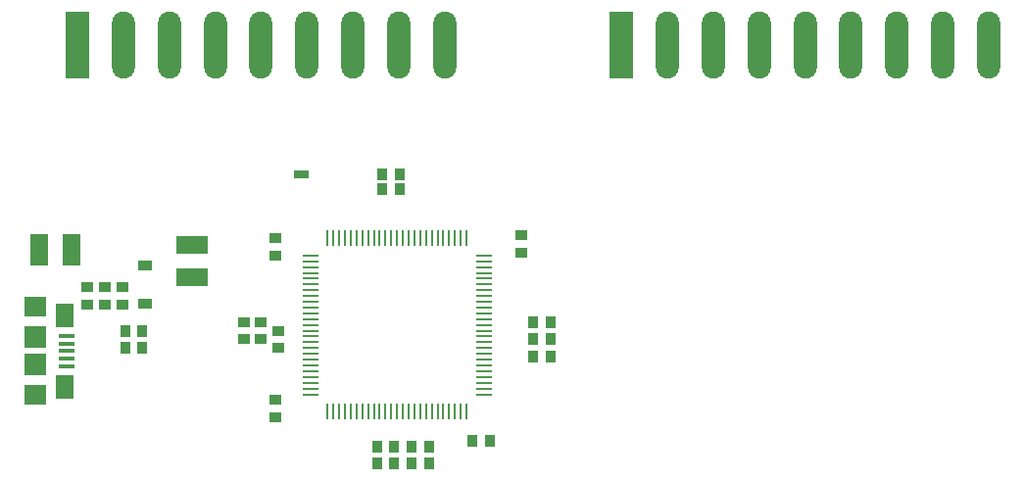
<source format=gtp>
G04 #@! TF.GenerationSoftware,KiCad,Pcbnew,(5.0.2)-1*
G04 #@! TF.CreationDate,2019-04-13T09:27:36-04:00*
G04 #@! TF.ProjectId,Console,436f6e73-6f6c-4652-9e6b-696361645f70,rev?*
G04 #@! TF.SameCoordinates,Original*
G04 #@! TF.FileFunction,Paste,Top*
G04 #@! TF.FilePolarity,Positive*
%FSLAX46Y46*%
G04 Gerber Fmt 4.6, Leading zero omitted, Abs format (unit mm)*
G04 Created by KiCad (PCBNEW (5.0.2)-1) date 4/13/2019 9:27:36 AM*
%MOMM*%
%LPD*%
G01*
G04 APERTURE LIST*
%ADD10O,2.000000X5.800000*%
%ADD11R,2.000000X5.800000*%
%ADD12R,0.899200X1.000800*%
%ADD13R,1.000800X0.899200*%
%ADD14R,1.600200X2.692400*%
%ADD15R,2.692400X1.600200*%
%ADD16R,1.200000X0.900000*%
%ADD17R,1.900000X1.800000*%
%ADD18R,1.900000X1.900000*%
%ADD19R,1.350000X0.400000*%
%ADD20R,1.600000X2.100000*%
%ADD21R,0.720000X0.760000*%
%ADD22O,0.250000X1.500000*%
%ADD23O,1.500000X0.250000*%
G04 APERTURE END LIST*
D10*
G04 #@! TO.C,PS1*
X136849600Y-104045000D03*
X132887200Y-104045000D03*
X128924800Y-104045000D03*
X124962400Y-104045000D03*
X121000000Y-104045000D03*
X117037600Y-104045000D03*
X113075200Y-104045000D03*
X109112800Y-104045000D03*
D11*
X105150400Y-104045000D03*
G04 #@! TD*
D12*
G04 #@! TO.C,C18*
X139248200Y-138250000D03*
X140751800Y-138250000D03*
G04 #@! TD*
D13*
G04 #@! TO.C,C2*
X122250000Y-122251800D03*
X122250000Y-120748200D03*
G04 #@! TD*
G04 #@! TO.C,C3*
X143500000Y-122001800D03*
X143500000Y-120498200D03*
G04 #@! TD*
G04 #@! TO.C,C15*
X122250000Y-134748200D03*
X122250000Y-136251800D03*
G04 #@! TD*
D12*
G04 #@! TO.C,C13*
X144498200Y-129500000D03*
X146001800Y-129500000D03*
G04 #@! TD*
G04 #@! TO.C,C14*
X144498200Y-131000000D03*
X146001800Y-131000000D03*
G04 #@! TD*
D14*
G04 #@! TO.C,C4*
X104647000Y-121750000D03*
X101853000Y-121750000D03*
G04 #@! TD*
D13*
G04 #@! TO.C,C12*
X122500000Y-128748200D03*
X122500000Y-130251800D03*
G04 #@! TD*
D12*
G04 #@! TO.C,C1*
X131498200Y-115250000D03*
X133001800Y-115250000D03*
G04 #@! TD*
D15*
G04 #@! TO.C,C5*
X115000000Y-121353000D03*
X115000000Y-124147000D03*
G04 #@! TD*
D12*
G04 #@! TO.C,C16*
X132501800Y-138750000D03*
X130998200Y-138750000D03*
G04 #@! TD*
G04 #@! TO.C,C19*
X132501800Y-140250000D03*
X130998200Y-140250000D03*
G04 #@! TD*
G04 #@! TO.C,C20*
X133998200Y-140250000D03*
X135501800Y-140250000D03*
G04 #@! TD*
G04 #@! TO.C,C17*
X133998200Y-138750000D03*
X135501800Y-138750000D03*
G04 #@! TD*
D13*
G04 #@! TO.C,C11*
X121000000Y-127998200D03*
X121000000Y-129501800D03*
G04 #@! TD*
G04 #@! TO.C,C10*
X119500000Y-127998200D03*
X119500000Y-129501800D03*
G04 #@! TD*
D12*
G04 #@! TO.C,C9*
X144498200Y-128000000D03*
X146001800Y-128000000D03*
G04 #@! TD*
D13*
G04 #@! TO.C,C7*
X107500000Y-126501800D03*
X107500000Y-124998200D03*
G04 #@! TD*
G04 #@! TO.C,C8*
X109000000Y-126501800D03*
X109000000Y-124998200D03*
G04 #@! TD*
G04 #@! TO.C,C6*
X106000000Y-126501800D03*
X106000000Y-124998200D03*
G04 #@! TD*
D16*
G04 #@! TO.C,D1*
X111000000Y-123100000D03*
X111000000Y-126400000D03*
G04 #@! TD*
D17*
G04 #@! TO.C,J1*
X101500000Y-126700000D03*
X101500000Y-134300000D03*
D18*
X101500000Y-129300000D03*
X101500000Y-131700000D03*
D19*
X104175000Y-130500000D03*
X104175000Y-131150000D03*
X104175000Y-131800000D03*
X104175000Y-129850000D03*
X104175000Y-129200000D03*
D20*
X104050000Y-127400000D03*
X104050000Y-133600000D03*
G04 #@! TD*
D12*
G04 #@! TO.C,R4*
X133001800Y-116500000D03*
X131498200Y-116500000D03*
G04 #@! TD*
D21*
G04 #@! TO.C,R1*
X124190000Y-115250000D03*
X124810000Y-115250000D03*
G04 #@! TD*
D12*
G04 #@! TO.C,R7*
X109248200Y-130250000D03*
X110751800Y-130250000D03*
G04 #@! TD*
G04 #@! TO.C,R6*
X109248200Y-128750000D03*
X110751800Y-128750000D03*
G04 #@! TD*
D22*
G04 #@! TO.C,U2*
X138750000Y-120750000D03*
X138250000Y-120750000D03*
X137750000Y-120750000D03*
X137250000Y-120750000D03*
X136750000Y-120750000D03*
X136250000Y-120750000D03*
X135750000Y-120750000D03*
X135250000Y-120750000D03*
X134750000Y-120750000D03*
X134250000Y-120750000D03*
X133750000Y-120750000D03*
X133250000Y-120750000D03*
X132750000Y-120750000D03*
X132250000Y-120750000D03*
X131750000Y-120750000D03*
X131250000Y-120750000D03*
X130750000Y-120750000D03*
X130250000Y-120750000D03*
X129750000Y-120750000D03*
X129250000Y-120750000D03*
X128750000Y-120750000D03*
X128250000Y-120750000D03*
X127750000Y-120750000D03*
X127250000Y-120750000D03*
X126750000Y-120750000D03*
D23*
X125250000Y-122250000D03*
X125250000Y-122750000D03*
X125250000Y-123250000D03*
X125250000Y-123750000D03*
X125250000Y-124250000D03*
X125250000Y-124750000D03*
X125250000Y-125250000D03*
X125250000Y-125750000D03*
X125250000Y-126250000D03*
X125250000Y-126750000D03*
X125250000Y-127250000D03*
X125250000Y-127750000D03*
X125250000Y-128250000D03*
X125250000Y-128750000D03*
X125250000Y-129250000D03*
X125250000Y-129750000D03*
X125250000Y-130250000D03*
X125250000Y-130750000D03*
X125250000Y-131250000D03*
X125250000Y-131750000D03*
X125250000Y-132250000D03*
X125250000Y-132750000D03*
X125250000Y-133250000D03*
X125250000Y-133750000D03*
X125250000Y-134250000D03*
D22*
X126750000Y-135750000D03*
X127250000Y-135750000D03*
X127750000Y-135750000D03*
X128250000Y-135750000D03*
X128750000Y-135750000D03*
X129250000Y-135750000D03*
X129750000Y-135750000D03*
X130250000Y-135750000D03*
X130750000Y-135750000D03*
X131250000Y-135750000D03*
X131750000Y-135750000D03*
X132250000Y-135750000D03*
X132750000Y-135750000D03*
X133250000Y-135750000D03*
X133750000Y-135750000D03*
X134250000Y-135750000D03*
X134750000Y-135750000D03*
X135250000Y-135750000D03*
X135750000Y-135750000D03*
X136250000Y-135750000D03*
X136750000Y-135750000D03*
X137250000Y-135750000D03*
X137750000Y-135750000D03*
X138250000Y-135750000D03*
X138750000Y-135750000D03*
D23*
X140250000Y-134250000D03*
X140250000Y-133750000D03*
X140250000Y-133250000D03*
X140250000Y-132750000D03*
X140250000Y-132250000D03*
X140250000Y-131750000D03*
X140250000Y-131250000D03*
X140250000Y-130750000D03*
X140250000Y-130250000D03*
X140250000Y-129750000D03*
X140250000Y-129250000D03*
X140250000Y-128750000D03*
X140250000Y-128250000D03*
X140250000Y-127750000D03*
X140250000Y-127250000D03*
X140250000Y-126750000D03*
X140250000Y-126250000D03*
X140250000Y-125750000D03*
X140250000Y-125250000D03*
X140250000Y-124750000D03*
X140250000Y-124250000D03*
X140250000Y-123750000D03*
X140250000Y-123250000D03*
X140250000Y-122750000D03*
X140250000Y-122250000D03*
G04 #@! TD*
D10*
G04 #@! TO.C,PS2*
X183849600Y-104045000D03*
X179887200Y-104045000D03*
X175924800Y-104045000D03*
X171962400Y-104045000D03*
X168000000Y-104045000D03*
X164037600Y-104045000D03*
X160075200Y-104045000D03*
X156112800Y-104045000D03*
D11*
X152150400Y-104045000D03*
G04 #@! TD*
M02*

</source>
